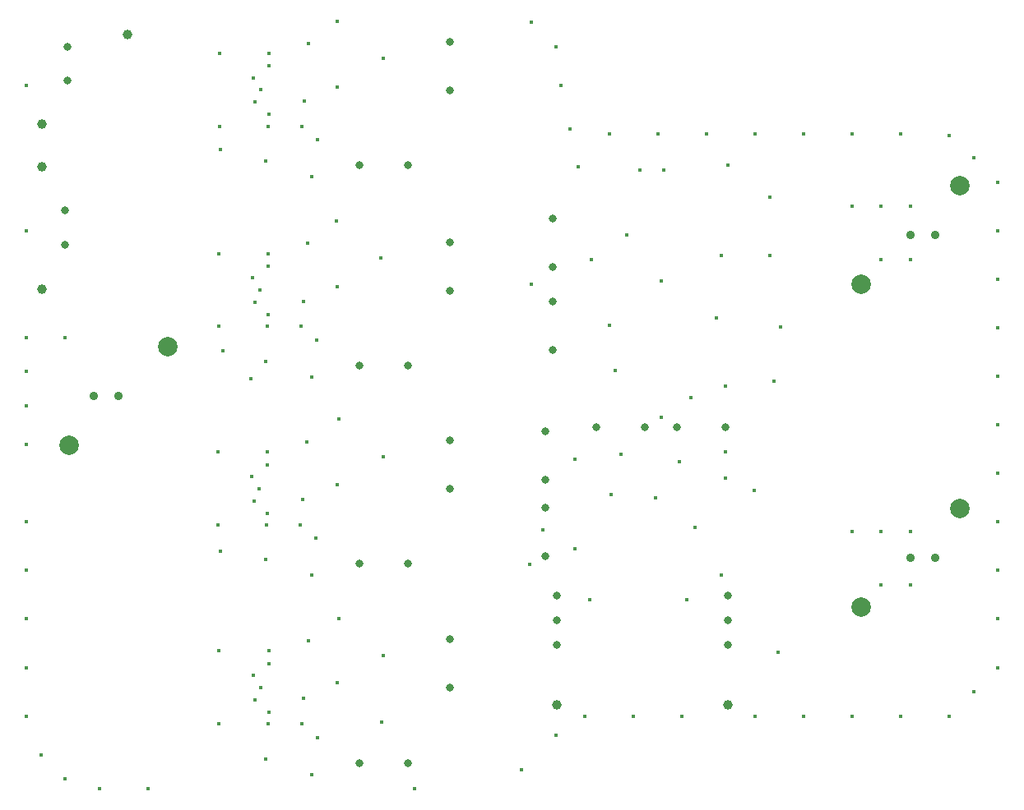
<source format=gbr>
%TF.GenerationSoftware,KiCad,Pcbnew,7.0.10*%
%TF.CreationDate,2024-02-08T22:37:52+01:00*%
%TF.ProjectId,LNA_1MHz,4c4e415f-314d-4487-9a2e-6b696361645f,V0*%
%TF.SameCoordinates,PX62ccf80PY8214c80*%
%TF.FileFunction,Plated,1,4,PTH,Drill*%
%TF.FilePolarity,Positive*%
%FSLAX46Y46*%
G04 Gerber Fmt 4.6, Leading zero omitted, Abs format (unit mm)*
G04 Created by KiCad (PCBNEW 7.0.10) date 2024-02-08 22:37:52*
%MOMM*%
%LPD*%
G01*
G04 APERTURE LIST*
%TA.AperFunction,ViaDrill*%
%ADD10C,0.400000*%
%TD*%
%TA.AperFunction,ComponentDrill*%
%ADD11C,0.800000*%
%TD*%
%TA.AperFunction,ComponentDrill*%
%ADD12C,0.900000*%
%TD*%
%TA.AperFunction,ComponentDrill*%
%ADD13C,1.000000*%
%TD*%
%TA.AperFunction,ComponentDrill*%
%ADD14C,2.000000*%
%TD*%
G04 APERTURE END LIST*
D10*
X1000000Y73400000D03*
X1000000Y58400000D03*
X1000000Y47400000D03*
X1000000Y43900000D03*
X1000000Y40400000D03*
X1000000Y36400000D03*
X1000000Y28400000D03*
X1000000Y23400000D03*
X1000000Y18400000D03*
X1000000Y13400000D03*
X1000000Y8400000D03*
X2500000Y4400000D03*
X5000000Y47400000D03*
X5000000Y1900000D03*
X8500000Y900000D03*
X13500000Y900000D03*
X20712500Y35600000D03*
X20712500Y28100000D03*
X20812500Y56040000D03*
X20812500Y48540000D03*
X20850000Y15100000D03*
X20850000Y7600000D03*
X20862500Y76690000D03*
X20862500Y69190000D03*
X21000000Y66800000D03*
X21000000Y25400000D03*
X21200000Y46000000D03*
X24150000Y43200000D03*
X24212500Y33100000D03*
X24312500Y53540000D03*
X24350000Y12600000D03*
X24362500Y74190000D03*
X24412500Y30580000D03*
X24512500Y51020000D03*
X24550000Y10080000D03*
X24562500Y71670000D03*
X24962500Y31850000D03*
X25062500Y52290000D03*
X25100000Y11350000D03*
X25112500Y72940000D03*
X25598750Y44960000D03*
X25598750Y24560000D03*
X25598750Y3960000D03*
X25600000Y65600000D03*
X25712500Y28100000D03*
X25812500Y48540000D03*
X25812500Y35600000D03*
X25812500Y29300000D03*
X25826103Y34313603D03*
X25850000Y7600000D03*
X25862500Y69190000D03*
X25912500Y56040000D03*
X25912500Y49740000D03*
X25926103Y54753603D03*
X25950000Y15100000D03*
X25950000Y8800000D03*
X25962500Y76690000D03*
X25962500Y70390000D03*
X25963603Y13813603D03*
X25976103Y75403603D03*
X29212500Y28100000D03*
X29312500Y48540000D03*
X29350000Y7600000D03*
X29362500Y69190000D03*
X29426103Y30713603D03*
X29526103Y51153603D03*
X29563603Y10213603D03*
X29576103Y71803603D03*
X29862500Y36650000D03*
X29962500Y57090000D03*
X30000000Y16150000D03*
X30012500Y77740000D03*
X30398750Y43360000D03*
X30398750Y22960000D03*
X30398750Y2360000D03*
X30400000Y64000000D03*
X30796815Y26715685D03*
X30912500Y47140000D03*
X30950000Y6200000D03*
X30962500Y67790000D03*
X32938750Y59400000D03*
X33000000Y80000000D03*
X33000000Y73200000D03*
X33000000Y52650000D03*
X33000000Y32200000D03*
X33000000Y11800000D03*
X33138750Y39000000D03*
X33138750Y18400000D03*
X37500000Y55650000D03*
X37600000Y7800000D03*
X37750000Y76150000D03*
X37750000Y35150000D03*
X37750000Y14650000D03*
X41000000Y900000D03*
X52000000Y2900000D03*
X52800000Y24000000D03*
X53000000Y79900000D03*
X53000000Y52900000D03*
X54200000Y27600000D03*
X55500000Y77400000D03*
X55500000Y6400000D03*
X56000000Y73400000D03*
X57000000Y68900000D03*
X57500000Y34900000D03*
X57500000Y25600000D03*
X57800000Y65000000D03*
X58500000Y8400000D03*
X59000000Y20400000D03*
X59200000Y55400000D03*
X61000000Y68400000D03*
X61000000Y48650000D03*
X61200000Y31200000D03*
X61600000Y44050000D03*
X62200000Y35400000D03*
X62800000Y58000000D03*
X63500000Y8400000D03*
X64200000Y64650000D03*
X65800000Y30850000D03*
X66000000Y68400000D03*
X66400000Y53200000D03*
X66400000Y39200000D03*
X66600000Y64650000D03*
X68200000Y34600000D03*
X68500000Y8400000D03*
X69000000Y20400000D03*
X69400000Y41200000D03*
X69800000Y27800000D03*
X71000000Y68400000D03*
X72000000Y49400000D03*
X72500000Y55900000D03*
X72500000Y22900000D03*
X73000000Y42400000D03*
X73000000Y35600000D03*
X73000000Y32900000D03*
X73200000Y65200000D03*
X75900000Y31650000D03*
X76000000Y68400000D03*
X76000000Y8400000D03*
X77500000Y61900000D03*
X77500000Y55900000D03*
X78000000Y42900000D03*
X78400000Y15000000D03*
X78600000Y48459000D03*
X81000000Y68400000D03*
X81000000Y8400000D03*
X86000000Y68400000D03*
X86000000Y60900000D03*
X86000000Y27400000D03*
X86000000Y8400000D03*
X89000000Y60900000D03*
X89000000Y55400000D03*
X89000000Y27400000D03*
X89000000Y21900000D03*
X91000000Y68400000D03*
X91000000Y8400000D03*
X92000000Y60900000D03*
X92000000Y55400000D03*
X92000000Y27400000D03*
X92000000Y21900000D03*
X96000000Y68200000D03*
X96000000Y8400000D03*
X98500000Y65900000D03*
X98500000Y10900000D03*
X101000000Y63400000D03*
X101000000Y58400000D03*
X101000000Y53400000D03*
X101000000Y48400000D03*
X101000000Y43400000D03*
X101000000Y38400000D03*
X101000000Y33400000D03*
X101000000Y28400000D03*
X101000000Y23400000D03*
X101000000Y18400000D03*
X101000000Y13400000D03*
D11*
%TO.C,C59*%
X5000000Y60500000D03*
X5000000Y57000000D03*
%TO.C,C60*%
X5200000Y77400000D03*
X5200000Y73900000D03*
%TO.C,C43*%
X35262500Y65140000D03*
%TO.C,C48*%
X35262500Y44500000D03*
%TO.C,C53*%
X35262500Y24100000D03*
%TO.C,C58*%
X35300000Y3550000D03*
%TO.C,C43*%
X40262500Y65140000D03*
%TO.C,C48*%
X40262500Y44500000D03*
%TO.C,C53*%
X40262500Y24100000D03*
%TO.C,C58*%
X40300000Y3550000D03*
%TO.C,C42*%
X44562500Y77890000D03*
X44562500Y72890000D03*
%TO.C,C47*%
X44562500Y57250000D03*
X44562500Y52250000D03*
%TO.C,C52*%
X44562500Y36850000D03*
X44562500Y31850000D03*
%TO.C,C57*%
X44600000Y16300000D03*
X44600000Y11300000D03*
%TO.C,C4*%
X54400000Y37750000D03*
X54400000Y32750000D03*
%TO.C,C5*%
X54400000Y29850000D03*
X54400000Y24850000D03*
%TO.C,C38*%
X55200000Y59650000D03*
X55200000Y54650000D03*
%TO.C,C37*%
X55200000Y51100000D03*
X55200000Y46100000D03*
%TO.C,RV2*%
X55650000Y20830000D03*
X55650000Y18290000D03*
X55650000Y15750000D03*
%TO.C,C35*%
X59700000Y38200000D03*
X64700000Y38200000D03*
%TO.C,C36*%
X68000000Y38200000D03*
X73000000Y38200000D03*
%TO.C,RV1*%
X73250000Y20830000D03*
X73250000Y18290000D03*
X73250000Y15750000D03*
D12*
%TO.C,J1*%
X7960000Y41350000D03*
X10500000Y41350000D03*
%TO.C,J3*%
X92000000Y58000000D03*
%TO.C,J2*%
X92000000Y24700000D03*
%TO.C,J3*%
X94540000Y58000000D03*
%TO.C,J2*%
X94540000Y24700000D03*
D13*
%TO.C,H3*%
X2600000Y69400000D03*
%TO.C,H2*%
X2600000Y65000000D03*
%TO.C,H4*%
X2600000Y52400000D03*
%TO.C,H1*%
X11400000Y78600000D03*
%TO.C,H5*%
X55650000Y9550000D03*
%TO.C,H6*%
X73250000Y9550000D03*
D14*
%TO.C,J1*%
X5420000Y36270000D03*
X15580000Y46430000D03*
%TO.C,J3*%
X86920000Y52920000D03*
%TO.C,J2*%
X86920000Y19620000D03*
%TO.C,J3*%
X97080000Y63080000D03*
%TO.C,J2*%
X97080000Y29780000D03*
M02*

</source>
